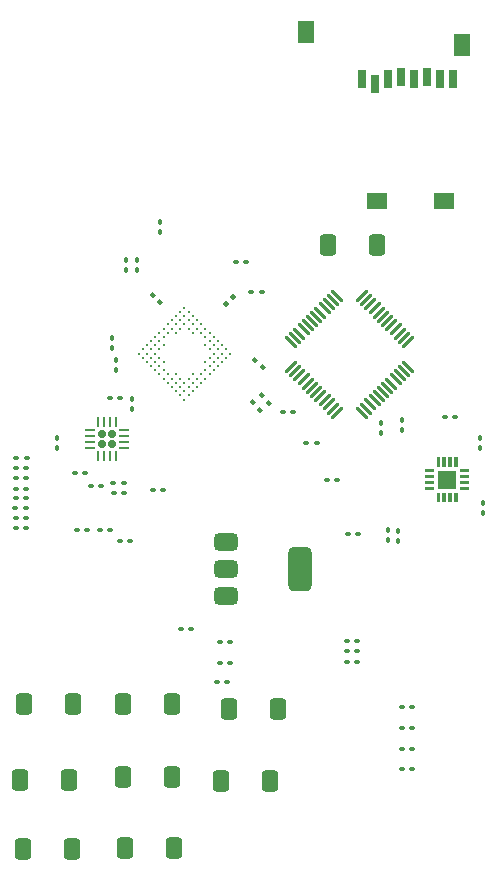
<source format=gbr>
%TF.GenerationSoftware,KiCad,Pcbnew,9.0.6*%
%TF.CreationDate,2025-12-07T23:37:28-06:00*%
%TF.ProjectId,Tony's MP3 Player,546f6e79-2773-4204-9d50-3320506c6179,rev?*%
%TF.SameCoordinates,Original*%
%TF.FileFunction,Paste,Top*%
%TF.FilePolarity,Positive*%
%FSLAX46Y46*%
G04 Gerber Fmt 4.6, Leading zero omitted, Abs format (unit mm)*
G04 Created by KiCad (PCBNEW 9.0.6) date 2025-12-07 23:37:28*
%MOMM*%
%LPD*%
G01*
G04 APERTURE LIST*
G04 Aperture macros list*
%AMRoundRect*
0 Rectangle with rounded corners*
0 $1 Rounding radius*
0 $2 $3 $4 $5 $6 $7 $8 $9 X,Y pos of 4 corners*
0 Add a 4 corners polygon primitive as box body*
4,1,4,$2,$3,$4,$5,$6,$7,$8,$9,$2,$3,0*
0 Add four circle primitives for the rounded corners*
1,1,$1+$1,$2,$3*
1,1,$1+$1,$4,$5*
1,1,$1+$1,$6,$7*
1,1,$1+$1,$8,$9*
0 Add four rect primitives between the rounded corners*
20,1,$1+$1,$2,$3,$4,$5,0*
20,1,$1+$1,$4,$5,$6,$7,0*
20,1,$1+$1,$6,$7,$8,$9,0*
20,1,$1+$1,$8,$9,$2,$3,0*%
%AMHorizOval*
0 Thick line with rounded ends*
0 $1 width*
0 $2 $3 position (X,Y) of the first rounded end (center of the circle)*
0 $4 $5 position (X,Y) of the second rounded end (center of the circle)*
0 Add line between two ends*
20,1,$1,$2,$3,$4,$5,0*
0 Add two circle primitives to create the rounded ends*
1,1,$1,$2,$3*
1,1,$1,$4,$5*%
G04 Aperture macros list end*
%ADD10C,0.000000*%
%ADD11RoundRect,0.090000X-0.139000X-0.090000X0.139000X-0.090000X0.139000X0.090000X-0.139000X0.090000X0*%
%ADD12RoundRect,0.090000X-0.161927X0.034648X0.034648X-0.161927X0.161927X-0.034648X-0.034648X0.161927X0*%
%ADD13RoundRect,0.375000X-0.625000X-0.375000X0.625000X-0.375000X0.625000X0.375000X-0.625000X0.375000X0*%
%ADD14RoundRect,0.500000X-0.500000X-1.400000X0.500000X-1.400000X0.500000X1.400000X-0.500000X1.400000X0*%
%ADD15RoundRect,0.160000X-0.160000X-0.160000X0.160000X-0.160000X0.160000X0.160000X-0.160000X0.160000X0*%
%ADD16RoundRect,0.062500X-0.375000X-0.062500X0.375000X-0.062500X0.375000X0.062500X-0.375000X0.062500X0*%
%ADD17RoundRect,0.062500X-0.062500X-0.375000X0.062500X-0.375000X0.062500X0.375000X-0.062500X0.375000X0*%
%ADD18R,1.800000X1.400000*%
%ADD19R,1.400000X1.900000*%
%ADD20R,0.800000X1.500000*%
%ADD21HorizOval,0.270000X-0.434871X0.434871X0.434871X-0.434871X0*%
%ADD22HorizOval,0.270000X0.434871X0.434871X-0.434871X-0.434871X0*%
%ADD23R,0.280000X0.800000*%
%ADD24R,0.800000X0.280000*%
%ADD25R,1.600000X1.600000*%
%ADD26C,0.280000*%
%ADD27RoundRect,0.250000X-0.425000X-0.650000X0.425000X-0.650000X0.425000X0.650000X-0.425000X0.650000X0*%
%ADD28RoundRect,0.090000X-0.034648X-0.161927X0.161927X0.034648X0.034648X0.161927X-0.161927X-0.034648X0*%
%ADD29RoundRect,0.090000X0.090000X-0.139000X0.090000X0.139000X-0.090000X0.139000X-0.090000X-0.139000X0*%
%ADD30RoundRect,0.090000X-0.090000X0.139000X-0.090000X-0.139000X0.090000X-0.139000X0.090000X0.139000X0*%
%ADD31RoundRect,0.090000X0.139000X0.090000X-0.139000X0.090000X-0.139000X-0.090000X0.139000X-0.090000X0*%
%ADD32RoundRect,0.090000X0.161927X-0.034648X-0.034648X0.161927X-0.161927X0.034648X0.034648X-0.161927X0*%
G04 APERTURE END LIST*
D10*
%TO.C,U2*%
G36*
X166130000Y-88659500D02*
G01*
X165330000Y-88659500D01*
X165330000Y-88379500D01*
X166130000Y-88379500D01*
X166130000Y-88659500D01*
G37*
G36*
X166130000Y-88159000D02*
G01*
X165330000Y-88159000D01*
X165330000Y-87879000D01*
X166130000Y-87879000D01*
X166130000Y-88159000D01*
G37*
G36*
X166130000Y-87161000D02*
G01*
X165330000Y-87161000D01*
X165330000Y-86881000D01*
X166130000Y-86881000D01*
X166130000Y-87161000D01*
G37*
G36*
X166130000Y-87661000D02*
G01*
X165330000Y-87661000D01*
X165330000Y-87381000D01*
X166130000Y-87381000D01*
X166130000Y-87661000D01*
G37*
G36*
X165119000Y-86670000D02*
G01*
X164839000Y-86670000D01*
X164839000Y-85870000D01*
X165119000Y-85870000D01*
X165119000Y-86670000D01*
G37*
G36*
X165119000Y-89670000D02*
G01*
X164839000Y-89670000D01*
X164839000Y-88870000D01*
X165119000Y-88870000D01*
X165119000Y-89670000D01*
G37*
G36*
X164870000Y-88410000D02*
G01*
X163590000Y-88410000D01*
X163590000Y-87130000D01*
X164870000Y-87130000D01*
X164870000Y-88410000D01*
G37*
G36*
X164619000Y-89670000D02*
G01*
X164339000Y-89670000D01*
X164339000Y-88870000D01*
X164619000Y-88870000D01*
X164619000Y-89670000D01*
G37*
G36*
X164619000Y-86670000D02*
G01*
X164339000Y-86670000D01*
X164339000Y-85870000D01*
X164619000Y-85870000D01*
X164619000Y-86670000D01*
G37*
G36*
X164121000Y-89670000D02*
G01*
X163841000Y-89670000D01*
X163841000Y-88870000D01*
X164121000Y-88870000D01*
X164121000Y-89670000D01*
G37*
G36*
X164121000Y-86670000D02*
G01*
X163841000Y-86670000D01*
X163841000Y-85870000D01*
X164121000Y-85870000D01*
X164121000Y-86670000D01*
G37*
G36*
X163620500Y-89670000D02*
G01*
X163340500Y-89670000D01*
X163340500Y-88870000D01*
X163620500Y-88870000D01*
X163620500Y-89670000D01*
G37*
G36*
X163620500Y-86670000D02*
G01*
X163340500Y-86670000D01*
X163340500Y-85870000D01*
X163620500Y-85870000D01*
X163620500Y-86670000D01*
G37*
G36*
X163130000Y-87161000D02*
G01*
X162330000Y-87161000D01*
X162330000Y-86881000D01*
X163130000Y-86881000D01*
X163130000Y-87161000D01*
G37*
G36*
X163130000Y-87661000D02*
G01*
X162330000Y-87661000D01*
X162330000Y-87381000D01*
X163130000Y-87381000D01*
X163130000Y-87661000D01*
G37*
G36*
X163130000Y-88159000D02*
G01*
X162330000Y-88159000D01*
X162330000Y-87879000D01*
X163130000Y-87879000D01*
X163130000Y-88159000D01*
G37*
G36*
X163130000Y-88659500D02*
G01*
X162330000Y-88659500D01*
X162330000Y-88379500D01*
X163130000Y-88379500D01*
X163130000Y-88659500D01*
G37*
%TD*%
D11*
%TO.C,C33*%
X147215000Y-69310000D03*
X146350000Y-69310000D03*
%TD*%
D12*
%TO.C,R21*%
X139925824Y-72745824D03*
X139314176Y-72134176D03*
%TD*%
%TO.C,C20*%
X148397678Y-81847678D03*
X147786030Y-81236030D03*
%TD*%
D13*
%TO.C,U6*%
X145480000Y-93060000D03*
X145480000Y-95360000D03*
D14*
X151780000Y-95360000D03*
D13*
X145480000Y-97660000D03*
%TD*%
D15*
%TO.C,U5*%
X135030000Y-83940000D03*
X135030000Y-84740000D03*
X135830000Y-83940000D03*
X135830000Y-84740000D03*
D16*
X133992500Y-83590000D03*
X133992500Y-84090000D03*
X133992500Y-84590000D03*
X133992500Y-85090000D03*
D17*
X134680000Y-85777500D03*
X135180000Y-85777500D03*
X135680000Y-85777500D03*
X136180000Y-85777500D03*
D16*
X136867500Y-85090000D03*
X136867500Y-84590000D03*
X136867500Y-84090000D03*
X136867500Y-83590000D03*
D17*
X136180000Y-82902500D03*
X135680000Y-82902500D03*
X135180000Y-82902500D03*
X134680000Y-82902500D03*
%TD*%
D18*
%TO.C,U4*%
X158260000Y-64220000D03*
X163960000Y-64220000D03*
D19*
X165510000Y-51010000D03*
X152310000Y-49900000D03*
D20*
X157010000Y-53860000D03*
X158110000Y-54260000D03*
X159210000Y-53860000D03*
X160310000Y-53660000D03*
X161410000Y-53860000D03*
X162510000Y-53660000D03*
X163610000Y-53860000D03*
X164710000Y-53860000D03*
%TD*%
D21*
%TO.C,U3*%
X157040660Y-82119747D03*
X157394214Y-81766194D03*
X157747767Y-81412641D03*
X158101320Y-81059087D03*
X158454874Y-80705534D03*
X158808427Y-80351981D03*
X159161981Y-79998427D03*
X159515534Y-79644874D03*
X159869087Y-79291320D03*
X160222641Y-78937767D03*
X160576194Y-78584214D03*
X160929747Y-78230660D03*
D22*
X160929747Y-76109340D03*
X160576194Y-75755786D03*
X160222641Y-75402233D03*
X159869087Y-75048680D03*
X159515534Y-74695126D03*
X159161981Y-74341573D03*
X158808427Y-73988019D03*
X158454874Y-73634466D03*
X158101320Y-73280913D03*
X157747767Y-72927359D03*
X157394214Y-72573806D03*
X157040660Y-72220253D03*
D21*
X154919340Y-72220253D03*
X154565786Y-72573806D03*
X154212233Y-72927359D03*
X153858680Y-73280913D03*
X153505126Y-73634466D03*
X153151573Y-73988019D03*
X152798019Y-74341573D03*
X152444466Y-74695126D03*
X152090913Y-75048680D03*
X151737359Y-75402233D03*
X151383806Y-75755786D03*
X151030253Y-76109340D03*
D22*
X151030253Y-78230660D03*
X151383806Y-78584214D03*
X151737359Y-78937767D03*
X152090913Y-79291320D03*
X152444466Y-79644874D03*
X152798019Y-79998427D03*
X153151573Y-80351981D03*
X153505126Y-80705534D03*
X153858680Y-81059087D03*
X154212233Y-81412641D03*
X154565786Y-81766194D03*
X154919340Y-82119747D03*
%TD*%
D23*
%TO.C,U2*%
X164979000Y-86270000D03*
X164479000Y-86270000D03*
X163981000Y-86270000D03*
X163480500Y-86270000D03*
D24*
X162730000Y-87021000D03*
X162730000Y-87521000D03*
X162730000Y-88019000D03*
X162730000Y-88519500D03*
D23*
X163480500Y-89270000D03*
X163981000Y-89270000D03*
X164479000Y-89270000D03*
X164979000Y-89270000D03*
D24*
X165730000Y-88519500D03*
X165730000Y-88019000D03*
X165730000Y-87521000D03*
X165730000Y-87021000D03*
D25*
X164230000Y-87770000D03*
%TD*%
D26*
%TO.C,U1*%
X145184874Y-76395126D03*
X142002893Y-80991320D03*
X141649340Y-80637767D03*
X141295786Y-80284214D03*
X140942233Y-79930660D03*
X140588679Y-79577107D03*
X140235126Y-79223553D03*
X139881573Y-78870000D03*
X139528019Y-78516447D03*
X139174466Y-78162893D03*
X138820912Y-77809340D03*
X138467359Y-77455786D03*
X138113806Y-77102233D03*
X142356446Y-80637767D03*
X142002893Y-80284214D03*
X141649340Y-79930660D03*
X141295786Y-79577107D03*
X140942233Y-79223553D03*
X140588679Y-78870000D03*
X140235126Y-78516447D03*
X139881573Y-78162893D03*
X139528019Y-77809340D03*
X139174466Y-77455786D03*
X138820912Y-77102233D03*
X138467359Y-76748680D03*
X142710000Y-80284214D03*
X142356446Y-79930660D03*
X142002893Y-79577107D03*
X141649340Y-79223553D03*
X141295786Y-78870000D03*
X140235126Y-77809340D03*
X139881573Y-77455786D03*
X139528019Y-77102233D03*
X139174466Y-76748680D03*
X138820912Y-76395126D03*
X143063553Y-79930660D03*
X142710000Y-79577107D03*
X142356446Y-79223553D03*
X139881573Y-76748680D03*
X139528019Y-76395126D03*
X139174466Y-76041573D03*
X143417107Y-79577107D03*
X143063553Y-79223553D03*
X142710000Y-78870000D03*
X140235126Y-76395126D03*
X139881573Y-76041573D03*
X139528019Y-75688019D03*
X143770660Y-79223553D03*
X143417107Y-78870000D03*
X140235126Y-75688019D03*
X139881573Y-75334466D03*
X144124213Y-78870000D03*
X143770660Y-78516447D03*
X140588679Y-75334466D03*
X140235126Y-74980913D03*
X144477767Y-78516447D03*
X144124213Y-78162893D03*
X143770660Y-77809340D03*
X141295786Y-75334466D03*
X140942233Y-74980913D03*
X140588679Y-74627359D03*
X144831320Y-78162893D03*
X144477767Y-77809340D03*
X144124213Y-77455786D03*
X141649340Y-74980913D03*
X141295786Y-74627359D03*
X140942233Y-74273806D03*
X145184874Y-77809340D03*
X144831320Y-77455786D03*
X144477767Y-77102233D03*
X144124213Y-76748680D03*
X143770660Y-76395126D03*
X142710000Y-75334466D03*
X142356446Y-74980913D03*
X142002893Y-74627359D03*
X141649340Y-74273806D03*
X141295786Y-73920252D03*
X145538427Y-77455786D03*
X145184874Y-77102233D03*
X144831320Y-76748680D03*
X144477767Y-76395126D03*
X144124213Y-76041573D03*
X143770660Y-75688019D03*
X143417107Y-75334466D03*
X143063553Y-74980913D03*
X142710000Y-74627359D03*
X142356446Y-74273806D03*
X142002893Y-73920252D03*
X141649340Y-73566699D03*
X145891980Y-77102233D03*
X145538427Y-76748680D03*
X144831320Y-76041573D03*
X144477767Y-75688019D03*
X144124213Y-75334466D03*
X143770660Y-74980913D03*
X143417107Y-74627359D03*
X143063553Y-74273806D03*
X142710000Y-73920252D03*
X142356446Y-73566699D03*
X142002893Y-73213146D03*
%TD*%
D27*
%TO.C,S9*%
X158315000Y-67920000D03*
X154165000Y-67920000D03*
%TD*%
%TO.C,S8*%
X128060000Y-113230000D03*
X132210000Y-113230000D03*
%TD*%
%TO.C,S7*%
X137005000Y-118940000D03*
X141155000Y-118940000D03*
%TD*%
%TO.C,S6*%
X136785000Y-106810000D03*
X140935000Y-106810000D03*
%TD*%
%TO.C,S5*%
X136825000Y-112940000D03*
X140975000Y-112940000D03*
%TD*%
%TO.C,S4*%
X128330000Y-119080000D03*
X132480000Y-119080000D03*
%TD*%
%TO.C,S3*%
X128415000Y-106810000D03*
X132565000Y-106810000D03*
%TD*%
%TO.C,S2*%
X145115000Y-113310000D03*
X149265000Y-113310000D03*
%TD*%
%TO.C,S1*%
X145755000Y-107230000D03*
X149905000Y-107230000D03*
%TD*%
D28*
%TO.C,R20*%
X145500000Y-72890000D03*
X146111648Y-72278352D03*
%TD*%
D29*
%TO.C,R19*%
X160080000Y-92952500D03*
X160080000Y-92087500D03*
%TD*%
D11*
%TO.C,R18*%
X155835000Y-92400000D03*
X156700000Y-92400000D03*
%TD*%
D30*
%TO.C,R17*%
X167300000Y-89727500D03*
X167300000Y-90592500D03*
%TD*%
D11*
%TO.C,R16*%
X141730000Y-100440000D03*
X142595000Y-100440000D03*
%TD*%
%TO.C,R14*%
X160427500Y-112290000D03*
X161292500Y-112290000D03*
%TD*%
%TO.C,R13*%
X160427500Y-110540000D03*
X161292500Y-110540000D03*
%TD*%
%TO.C,R12*%
X160427500Y-108790000D03*
X161292500Y-108790000D03*
%TD*%
%TO.C,R11*%
X160427500Y-107040000D03*
X161292500Y-107040000D03*
%TD*%
D30*
%TO.C,R10*%
X131200000Y-84227500D03*
X131200000Y-85092500D03*
%TD*%
D31*
%TO.C,R9*%
X133775000Y-92010000D03*
X132910000Y-92010000D03*
%TD*%
%TO.C,R8*%
X135692500Y-92040000D03*
X134827500Y-92040000D03*
%TD*%
D29*
%TO.C,R7*%
X136240000Y-78475000D03*
X136240000Y-77610000D03*
%TD*%
D11*
%TO.C,R5*%
X135670000Y-80880000D03*
X136535000Y-80880000D03*
%TD*%
D29*
%TO.C,R1*%
X158660000Y-83852500D03*
X158660000Y-82987500D03*
%TD*%
D11*
%TO.C,D1*%
X139317500Y-88610000D03*
X140182500Y-88610000D03*
%TD*%
D31*
%TO.C,C36*%
X148522500Y-71930000D03*
X147657500Y-71930000D03*
%TD*%
D30*
%TO.C,C35*%
X159270000Y-92057500D03*
X159270000Y-92922500D03*
%TD*%
%TO.C,C34*%
X135900000Y-75765000D03*
X135900000Y-76630000D03*
%TD*%
D31*
%TO.C,C32*%
X128550000Y-90200000D03*
X127685000Y-90200000D03*
%TD*%
D11*
%TO.C,C28*%
X132747500Y-87200000D03*
X133612500Y-87200000D03*
%TD*%
D29*
%TO.C,C27*%
X137570000Y-81812500D03*
X137570000Y-80947500D03*
%TD*%
D11*
%TO.C,C24*%
X127775000Y-85960000D03*
X128640000Y-85960000D03*
%TD*%
%TO.C,C23*%
X127735000Y-88550000D03*
X128600000Y-88550000D03*
%TD*%
%TO.C,C22*%
X155782883Y-103195000D03*
X156647883Y-103195000D03*
%TD*%
%TO.C,C21*%
X155782883Y-101445000D03*
X156647883Y-101445000D03*
%TD*%
%TO.C,C19*%
X144750000Y-104880000D03*
X145615000Y-104880000D03*
%TD*%
D29*
%TO.C,C18*%
X160430000Y-83575000D03*
X160430000Y-82710000D03*
%TD*%
%TO.C,C17*%
X167040000Y-85092500D03*
X167040000Y-84227500D03*
%TD*%
D11*
%TO.C,C14*%
X127745000Y-87640000D03*
X128610000Y-87640000D03*
%TD*%
%TO.C,C13*%
X127757500Y-86790000D03*
X128622500Y-86790000D03*
%TD*%
%TO.C,C12*%
X127725000Y-89370000D03*
X128590000Y-89370000D03*
%TD*%
%TO.C,C11*%
X127697500Y-91880000D03*
X128562500Y-91880000D03*
%TD*%
%TO.C,C10*%
X127710000Y-91050000D03*
X128575000Y-91050000D03*
%TD*%
%TO.C,C9*%
X144980000Y-103310000D03*
X145845000Y-103310000D03*
%TD*%
%TO.C,C8*%
X144980000Y-101560000D03*
X145845000Y-101560000D03*
%TD*%
D12*
%TO.C,C6*%
X148532322Y-80642322D03*
X149143970Y-81253970D03*
%TD*%
D11*
%TO.C,C5*%
X152325000Y-84700000D03*
X153190000Y-84700000D03*
%TD*%
%TO.C,C4*%
X150325000Y-82090000D03*
X151190000Y-82090000D03*
%TD*%
%TO.C,C3*%
X164075000Y-82480000D03*
X164940000Y-82480000D03*
%TD*%
D31*
%TO.C,C2*%
X154950000Y-87780000D03*
X154085000Y-87780000D03*
%TD*%
D29*
%TO.C,C1*%
X139930000Y-66795000D03*
X139930000Y-65930000D03*
%TD*%
D11*
%TO.C,BLUE1*%
X134087500Y-88320000D03*
X134952500Y-88320000D03*
%TD*%
D32*
%TO.C,100K2*%
X147996030Y-77636030D03*
X148607678Y-78247678D03*
%TD*%
D11*
%TO.C,100k1*%
X135987500Y-88050000D03*
X136852500Y-88050000D03*
%TD*%
%TO.C,1M1*%
X155728500Y-102320117D03*
X156593500Y-102320117D03*
%TD*%
D29*
%TO.C,1.18k1*%
X137030000Y-70065000D03*
X137030000Y-69200000D03*
%TD*%
%TO.C,1.13k1*%
X137950000Y-70050000D03*
X137950000Y-69185000D03*
%TD*%
D11*
%TO.C,1.5k2*%
X136520000Y-92960000D03*
X137385000Y-92960000D03*
%TD*%
D31*
%TO.C,1.5k1*%
X136892500Y-88940000D03*
X136027500Y-88940000D03*
%TD*%
M02*

</source>
